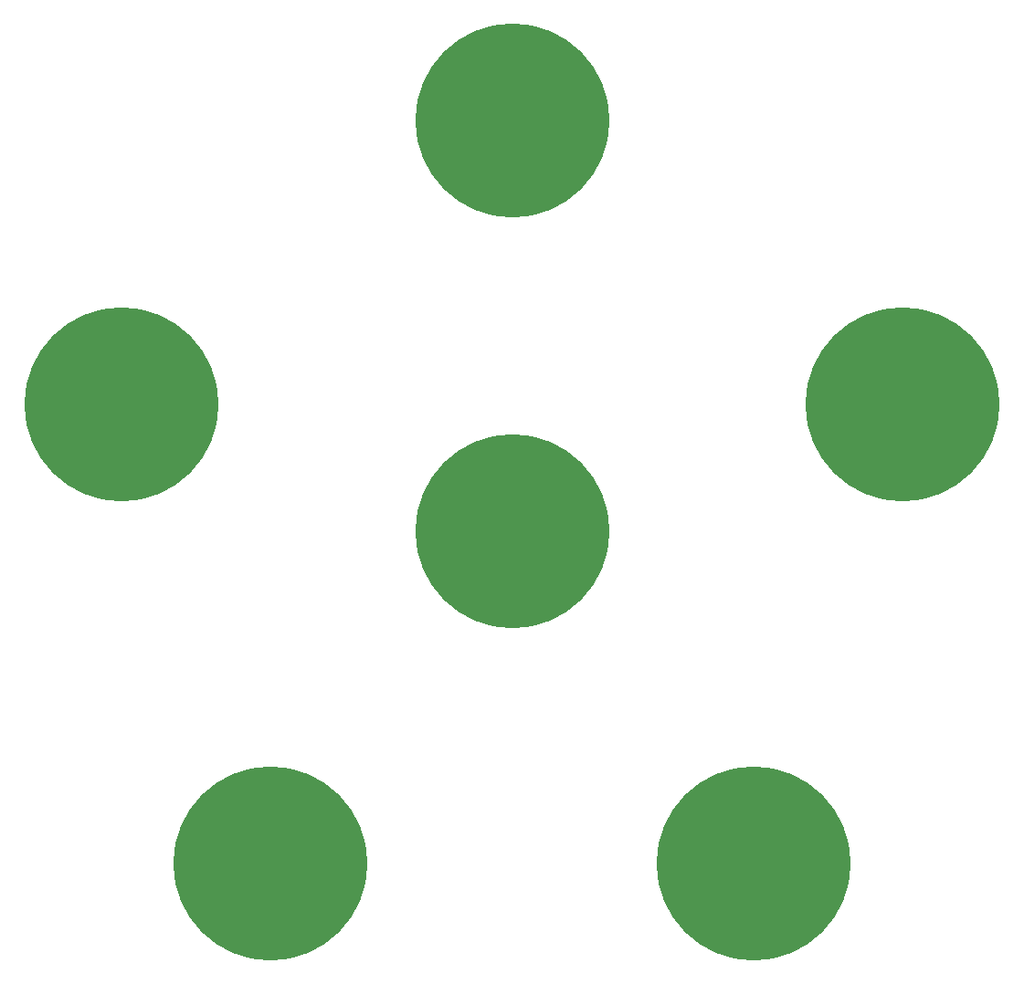
<source format=gbr>
G04 #@! TF.FileFunction,Paste,Top*
%FSLAX46Y46*%
G04 Gerber Fmt 4.6, Leading zero omitted, Abs format (unit mm)*
G04 Created by KiCad (PCBNEW 4.0.2+dfsg1-stable) date Mon 14 Nov 2016 02:15:01 PM EST*
%MOMM*%
G01*
G04 APERTURE LIST*
%ADD10C,0.100000*%
%ADD11C,18.000000*%
G04 APERTURE END LIST*
D10*
D11*
X120000000Y-70900000D03*
X156200000Y-97200000D03*
X142400000Y-139800000D03*
X97600000Y-139800000D03*
X83800000Y-97200000D03*
X120000000Y-109000000D03*
M02*

</source>
